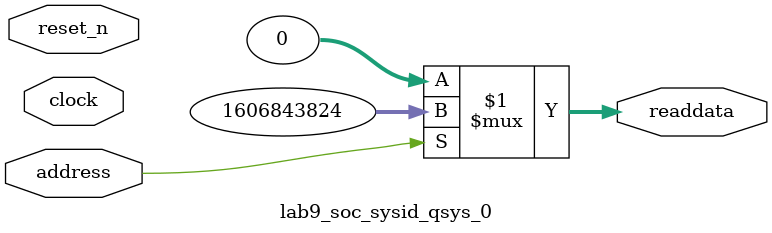
<source format=v>



// synthesis translate_off
`timescale 1ns / 1ps
// synthesis translate_on

// turn off superfluous verilog processor warnings 
// altera message_level Level1 
// altera message_off 10034 10035 10036 10037 10230 10240 10030 

module lab9_soc_sysid_qsys_0 (
               // inputs:
                address,
                clock,
                reset_n,

               // outputs:
                readdata
             )
;

  output  [ 31: 0] readdata;
  input            address;
  input            clock;
  input            reset_n;

  wire    [ 31: 0] readdata;
  //control_slave, which is an e_avalon_slave
  assign readdata = address ? 1606843824 : 0;

endmodule



</source>
